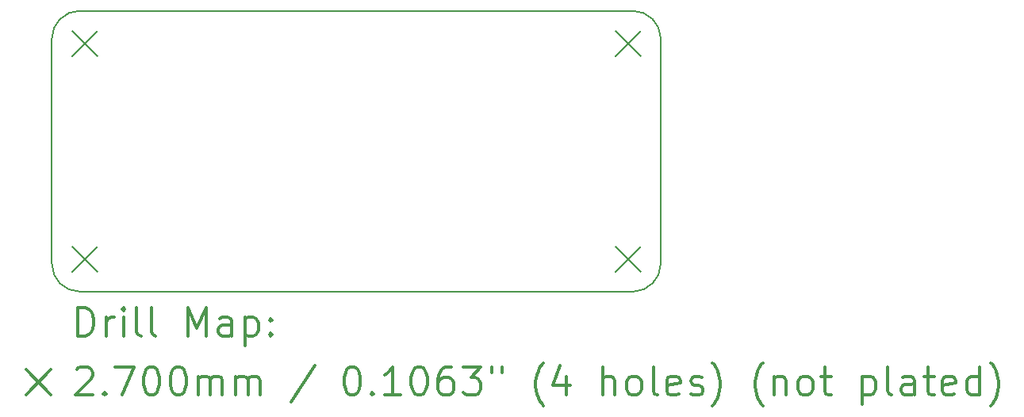
<source format=gbr>
%FSLAX45Y45*%
G04 Gerber Fmt 4.5, Leading zero omitted, Abs format (unit mm)*
G04 Created by KiCad (PCBNEW (5.1.10-1-10_14)) date 2021-10-18 21:09:25*
%MOMM*%
%LPD*%
G01*
G04 APERTURE LIST*
%TA.AperFunction,Profile*%
%ADD10C,0.150000*%
%TD*%
%ADD11C,0.200000*%
%ADD12C,0.300000*%
G04 APERTURE END LIST*
D10*
X12103200Y-12106800D02*
X12053200Y-12106800D01*
X17903200Y-12106800D02*
X17953200Y-12106800D01*
X18253200Y-9406800D02*
X18253200Y-11806800D01*
X12053200Y-9106800D02*
X17953200Y-9106800D01*
X11753200Y-11806800D02*
X11753200Y-9406800D01*
X11753200Y-9406800D02*
G75*
G02*
X12053200Y-9106800I300000J0D01*
G01*
X12053200Y-12106800D02*
G75*
G02*
X11753200Y-11806800I0J300000D01*
G01*
X18253200Y-11806800D02*
G75*
G02*
X17953200Y-12106800I-300000J0D01*
G01*
X17953200Y-9106800D02*
G75*
G02*
X18253200Y-9406800I0J-300000D01*
G01*
X12103200Y-12106800D02*
X17903200Y-12106800D01*
D11*
X11968200Y-9321800D02*
X12238200Y-9591800D01*
X12238200Y-9321800D02*
X11968200Y-9591800D01*
X11968200Y-11621800D02*
X12238200Y-11891800D01*
X12238200Y-11621800D02*
X11968200Y-11891800D01*
X17768200Y-9321800D02*
X18038200Y-9591800D01*
X18038200Y-9321800D02*
X17768200Y-9591800D01*
X17768200Y-11621800D02*
X18038200Y-11891800D01*
X18038200Y-11621800D02*
X17768200Y-11891800D01*
D12*
X12032128Y-12580014D02*
X12032128Y-12280014D01*
X12103557Y-12280014D01*
X12146414Y-12294300D01*
X12174986Y-12322871D01*
X12189271Y-12351443D01*
X12203557Y-12408586D01*
X12203557Y-12451443D01*
X12189271Y-12508586D01*
X12174986Y-12537157D01*
X12146414Y-12565729D01*
X12103557Y-12580014D01*
X12032128Y-12580014D01*
X12332128Y-12580014D02*
X12332128Y-12380014D01*
X12332128Y-12437157D02*
X12346414Y-12408586D01*
X12360700Y-12394300D01*
X12389271Y-12380014D01*
X12417843Y-12380014D01*
X12517843Y-12580014D02*
X12517843Y-12380014D01*
X12517843Y-12280014D02*
X12503557Y-12294300D01*
X12517843Y-12308586D01*
X12532128Y-12294300D01*
X12517843Y-12280014D01*
X12517843Y-12308586D01*
X12703557Y-12580014D02*
X12674986Y-12565729D01*
X12660700Y-12537157D01*
X12660700Y-12280014D01*
X12860700Y-12580014D02*
X12832128Y-12565729D01*
X12817843Y-12537157D01*
X12817843Y-12280014D01*
X13203557Y-12580014D02*
X13203557Y-12280014D01*
X13303557Y-12494300D01*
X13403557Y-12280014D01*
X13403557Y-12580014D01*
X13674986Y-12580014D02*
X13674986Y-12422871D01*
X13660700Y-12394300D01*
X13632128Y-12380014D01*
X13574986Y-12380014D01*
X13546414Y-12394300D01*
X13674986Y-12565729D02*
X13646414Y-12580014D01*
X13574986Y-12580014D01*
X13546414Y-12565729D01*
X13532128Y-12537157D01*
X13532128Y-12508586D01*
X13546414Y-12480014D01*
X13574986Y-12465729D01*
X13646414Y-12465729D01*
X13674986Y-12451443D01*
X13817843Y-12380014D02*
X13817843Y-12680014D01*
X13817843Y-12394300D02*
X13846414Y-12380014D01*
X13903557Y-12380014D01*
X13932128Y-12394300D01*
X13946414Y-12408586D01*
X13960700Y-12437157D01*
X13960700Y-12522871D01*
X13946414Y-12551443D01*
X13932128Y-12565729D01*
X13903557Y-12580014D01*
X13846414Y-12580014D01*
X13817843Y-12565729D01*
X14089271Y-12551443D02*
X14103557Y-12565729D01*
X14089271Y-12580014D01*
X14074986Y-12565729D01*
X14089271Y-12551443D01*
X14089271Y-12580014D01*
X14089271Y-12394300D02*
X14103557Y-12408586D01*
X14089271Y-12422871D01*
X14074986Y-12408586D01*
X14089271Y-12394300D01*
X14089271Y-12422871D01*
X11475700Y-12939300D02*
X11745700Y-13209300D01*
X11745700Y-12939300D02*
X11475700Y-13209300D01*
X12017843Y-12938586D02*
X12032128Y-12924300D01*
X12060700Y-12910014D01*
X12132128Y-12910014D01*
X12160700Y-12924300D01*
X12174986Y-12938586D01*
X12189271Y-12967157D01*
X12189271Y-12995729D01*
X12174986Y-13038586D01*
X12003557Y-13210014D01*
X12189271Y-13210014D01*
X12317843Y-13181443D02*
X12332128Y-13195729D01*
X12317843Y-13210014D01*
X12303557Y-13195729D01*
X12317843Y-13181443D01*
X12317843Y-13210014D01*
X12432128Y-12910014D02*
X12632128Y-12910014D01*
X12503557Y-13210014D01*
X12803557Y-12910014D02*
X12832128Y-12910014D01*
X12860700Y-12924300D01*
X12874986Y-12938586D01*
X12889271Y-12967157D01*
X12903557Y-13024300D01*
X12903557Y-13095729D01*
X12889271Y-13152871D01*
X12874986Y-13181443D01*
X12860700Y-13195729D01*
X12832128Y-13210014D01*
X12803557Y-13210014D01*
X12774986Y-13195729D01*
X12760700Y-13181443D01*
X12746414Y-13152871D01*
X12732128Y-13095729D01*
X12732128Y-13024300D01*
X12746414Y-12967157D01*
X12760700Y-12938586D01*
X12774986Y-12924300D01*
X12803557Y-12910014D01*
X13089271Y-12910014D02*
X13117843Y-12910014D01*
X13146414Y-12924300D01*
X13160700Y-12938586D01*
X13174986Y-12967157D01*
X13189271Y-13024300D01*
X13189271Y-13095729D01*
X13174986Y-13152871D01*
X13160700Y-13181443D01*
X13146414Y-13195729D01*
X13117843Y-13210014D01*
X13089271Y-13210014D01*
X13060700Y-13195729D01*
X13046414Y-13181443D01*
X13032128Y-13152871D01*
X13017843Y-13095729D01*
X13017843Y-13024300D01*
X13032128Y-12967157D01*
X13046414Y-12938586D01*
X13060700Y-12924300D01*
X13089271Y-12910014D01*
X13317843Y-13210014D02*
X13317843Y-13010014D01*
X13317843Y-13038586D02*
X13332128Y-13024300D01*
X13360700Y-13010014D01*
X13403557Y-13010014D01*
X13432128Y-13024300D01*
X13446414Y-13052871D01*
X13446414Y-13210014D01*
X13446414Y-13052871D02*
X13460700Y-13024300D01*
X13489271Y-13010014D01*
X13532128Y-13010014D01*
X13560700Y-13024300D01*
X13574986Y-13052871D01*
X13574986Y-13210014D01*
X13717843Y-13210014D02*
X13717843Y-13010014D01*
X13717843Y-13038586D02*
X13732128Y-13024300D01*
X13760700Y-13010014D01*
X13803557Y-13010014D01*
X13832128Y-13024300D01*
X13846414Y-13052871D01*
X13846414Y-13210014D01*
X13846414Y-13052871D02*
X13860700Y-13024300D01*
X13889271Y-13010014D01*
X13932128Y-13010014D01*
X13960700Y-13024300D01*
X13974986Y-13052871D01*
X13974986Y-13210014D01*
X14560700Y-12895729D02*
X14303557Y-13281443D01*
X14946414Y-12910014D02*
X14974986Y-12910014D01*
X15003557Y-12924300D01*
X15017843Y-12938586D01*
X15032128Y-12967157D01*
X15046414Y-13024300D01*
X15046414Y-13095729D01*
X15032128Y-13152871D01*
X15017843Y-13181443D01*
X15003557Y-13195729D01*
X14974986Y-13210014D01*
X14946414Y-13210014D01*
X14917843Y-13195729D01*
X14903557Y-13181443D01*
X14889271Y-13152871D01*
X14874986Y-13095729D01*
X14874986Y-13024300D01*
X14889271Y-12967157D01*
X14903557Y-12938586D01*
X14917843Y-12924300D01*
X14946414Y-12910014D01*
X15174986Y-13181443D02*
X15189271Y-13195729D01*
X15174986Y-13210014D01*
X15160700Y-13195729D01*
X15174986Y-13181443D01*
X15174986Y-13210014D01*
X15474986Y-13210014D02*
X15303557Y-13210014D01*
X15389271Y-13210014D02*
X15389271Y-12910014D01*
X15360700Y-12952871D01*
X15332128Y-12981443D01*
X15303557Y-12995729D01*
X15660700Y-12910014D02*
X15689271Y-12910014D01*
X15717843Y-12924300D01*
X15732128Y-12938586D01*
X15746414Y-12967157D01*
X15760700Y-13024300D01*
X15760700Y-13095729D01*
X15746414Y-13152871D01*
X15732128Y-13181443D01*
X15717843Y-13195729D01*
X15689271Y-13210014D01*
X15660700Y-13210014D01*
X15632128Y-13195729D01*
X15617843Y-13181443D01*
X15603557Y-13152871D01*
X15589271Y-13095729D01*
X15589271Y-13024300D01*
X15603557Y-12967157D01*
X15617843Y-12938586D01*
X15632128Y-12924300D01*
X15660700Y-12910014D01*
X16017843Y-12910014D02*
X15960700Y-12910014D01*
X15932128Y-12924300D01*
X15917843Y-12938586D01*
X15889271Y-12981443D01*
X15874986Y-13038586D01*
X15874986Y-13152871D01*
X15889271Y-13181443D01*
X15903557Y-13195729D01*
X15932128Y-13210014D01*
X15989271Y-13210014D01*
X16017843Y-13195729D01*
X16032128Y-13181443D01*
X16046414Y-13152871D01*
X16046414Y-13081443D01*
X16032128Y-13052871D01*
X16017843Y-13038586D01*
X15989271Y-13024300D01*
X15932128Y-13024300D01*
X15903557Y-13038586D01*
X15889271Y-13052871D01*
X15874986Y-13081443D01*
X16146414Y-12910014D02*
X16332128Y-12910014D01*
X16232128Y-13024300D01*
X16274986Y-13024300D01*
X16303557Y-13038586D01*
X16317843Y-13052871D01*
X16332128Y-13081443D01*
X16332128Y-13152871D01*
X16317843Y-13181443D01*
X16303557Y-13195729D01*
X16274986Y-13210014D01*
X16189271Y-13210014D01*
X16160700Y-13195729D01*
X16146414Y-13181443D01*
X16446414Y-12910014D02*
X16446414Y-12967157D01*
X16560700Y-12910014D02*
X16560700Y-12967157D01*
X17003557Y-13324300D02*
X16989271Y-13310014D01*
X16960700Y-13267157D01*
X16946414Y-13238586D01*
X16932128Y-13195729D01*
X16917843Y-13124300D01*
X16917843Y-13067157D01*
X16932128Y-12995729D01*
X16946414Y-12952871D01*
X16960700Y-12924300D01*
X16989271Y-12881443D01*
X17003557Y-12867157D01*
X17246414Y-13010014D02*
X17246414Y-13210014D01*
X17174986Y-12895729D02*
X17103557Y-13110014D01*
X17289271Y-13110014D01*
X17632128Y-13210014D02*
X17632128Y-12910014D01*
X17760700Y-13210014D02*
X17760700Y-13052871D01*
X17746414Y-13024300D01*
X17717843Y-13010014D01*
X17674986Y-13010014D01*
X17646414Y-13024300D01*
X17632128Y-13038586D01*
X17946414Y-13210014D02*
X17917843Y-13195729D01*
X17903557Y-13181443D01*
X17889271Y-13152871D01*
X17889271Y-13067157D01*
X17903557Y-13038586D01*
X17917843Y-13024300D01*
X17946414Y-13010014D01*
X17989271Y-13010014D01*
X18017843Y-13024300D01*
X18032128Y-13038586D01*
X18046414Y-13067157D01*
X18046414Y-13152871D01*
X18032128Y-13181443D01*
X18017843Y-13195729D01*
X17989271Y-13210014D01*
X17946414Y-13210014D01*
X18217843Y-13210014D02*
X18189271Y-13195729D01*
X18174986Y-13167157D01*
X18174986Y-12910014D01*
X18446414Y-13195729D02*
X18417843Y-13210014D01*
X18360700Y-13210014D01*
X18332128Y-13195729D01*
X18317843Y-13167157D01*
X18317843Y-13052871D01*
X18332128Y-13024300D01*
X18360700Y-13010014D01*
X18417843Y-13010014D01*
X18446414Y-13024300D01*
X18460700Y-13052871D01*
X18460700Y-13081443D01*
X18317843Y-13110014D01*
X18574986Y-13195729D02*
X18603557Y-13210014D01*
X18660700Y-13210014D01*
X18689271Y-13195729D01*
X18703557Y-13167157D01*
X18703557Y-13152871D01*
X18689271Y-13124300D01*
X18660700Y-13110014D01*
X18617843Y-13110014D01*
X18589271Y-13095729D01*
X18574986Y-13067157D01*
X18574986Y-13052871D01*
X18589271Y-13024300D01*
X18617843Y-13010014D01*
X18660700Y-13010014D01*
X18689271Y-13024300D01*
X18803557Y-13324300D02*
X18817843Y-13310014D01*
X18846414Y-13267157D01*
X18860700Y-13238586D01*
X18874986Y-13195729D01*
X18889271Y-13124300D01*
X18889271Y-13067157D01*
X18874986Y-12995729D01*
X18860700Y-12952871D01*
X18846414Y-12924300D01*
X18817843Y-12881443D01*
X18803557Y-12867157D01*
X19346414Y-13324300D02*
X19332128Y-13310014D01*
X19303557Y-13267157D01*
X19289271Y-13238586D01*
X19274986Y-13195729D01*
X19260700Y-13124300D01*
X19260700Y-13067157D01*
X19274986Y-12995729D01*
X19289271Y-12952871D01*
X19303557Y-12924300D01*
X19332128Y-12881443D01*
X19346414Y-12867157D01*
X19460700Y-13010014D02*
X19460700Y-13210014D01*
X19460700Y-13038586D02*
X19474986Y-13024300D01*
X19503557Y-13010014D01*
X19546414Y-13010014D01*
X19574986Y-13024300D01*
X19589271Y-13052871D01*
X19589271Y-13210014D01*
X19774986Y-13210014D02*
X19746414Y-13195729D01*
X19732128Y-13181443D01*
X19717843Y-13152871D01*
X19717843Y-13067157D01*
X19732128Y-13038586D01*
X19746414Y-13024300D01*
X19774986Y-13010014D01*
X19817843Y-13010014D01*
X19846414Y-13024300D01*
X19860700Y-13038586D01*
X19874986Y-13067157D01*
X19874986Y-13152871D01*
X19860700Y-13181443D01*
X19846414Y-13195729D01*
X19817843Y-13210014D01*
X19774986Y-13210014D01*
X19960700Y-13010014D02*
X20074986Y-13010014D01*
X20003557Y-12910014D02*
X20003557Y-13167157D01*
X20017843Y-13195729D01*
X20046414Y-13210014D01*
X20074986Y-13210014D01*
X20403557Y-13010014D02*
X20403557Y-13310014D01*
X20403557Y-13024300D02*
X20432128Y-13010014D01*
X20489271Y-13010014D01*
X20517843Y-13024300D01*
X20532128Y-13038586D01*
X20546414Y-13067157D01*
X20546414Y-13152871D01*
X20532128Y-13181443D01*
X20517843Y-13195729D01*
X20489271Y-13210014D01*
X20432128Y-13210014D01*
X20403557Y-13195729D01*
X20717843Y-13210014D02*
X20689271Y-13195729D01*
X20674986Y-13167157D01*
X20674986Y-12910014D01*
X20960700Y-13210014D02*
X20960700Y-13052871D01*
X20946414Y-13024300D01*
X20917843Y-13010014D01*
X20860700Y-13010014D01*
X20832128Y-13024300D01*
X20960700Y-13195729D02*
X20932128Y-13210014D01*
X20860700Y-13210014D01*
X20832128Y-13195729D01*
X20817843Y-13167157D01*
X20817843Y-13138586D01*
X20832128Y-13110014D01*
X20860700Y-13095729D01*
X20932128Y-13095729D01*
X20960700Y-13081443D01*
X21060700Y-13010014D02*
X21174986Y-13010014D01*
X21103557Y-12910014D02*
X21103557Y-13167157D01*
X21117843Y-13195729D01*
X21146414Y-13210014D01*
X21174986Y-13210014D01*
X21389271Y-13195729D02*
X21360700Y-13210014D01*
X21303557Y-13210014D01*
X21274986Y-13195729D01*
X21260700Y-13167157D01*
X21260700Y-13052871D01*
X21274986Y-13024300D01*
X21303557Y-13010014D01*
X21360700Y-13010014D01*
X21389271Y-13024300D01*
X21403557Y-13052871D01*
X21403557Y-13081443D01*
X21260700Y-13110014D01*
X21660700Y-13210014D02*
X21660700Y-12910014D01*
X21660700Y-13195729D02*
X21632128Y-13210014D01*
X21574986Y-13210014D01*
X21546414Y-13195729D01*
X21532128Y-13181443D01*
X21517843Y-13152871D01*
X21517843Y-13067157D01*
X21532128Y-13038586D01*
X21546414Y-13024300D01*
X21574986Y-13010014D01*
X21632128Y-13010014D01*
X21660700Y-13024300D01*
X21774986Y-13324300D02*
X21789271Y-13310014D01*
X21817843Y-13267157D01*
X21832128Y-13238586D01*
X21846414Y-13195729D01*
X21860700Y-13124300D01*
X21860700Y-13067157D01*
X21846414Y-12995729D01*
X21832128Y-12952871D01*
X21817843Y-12924300D01*
X21789271Y-12881443D01*
X21774986Y-12867157D01*
M02*

</source>
